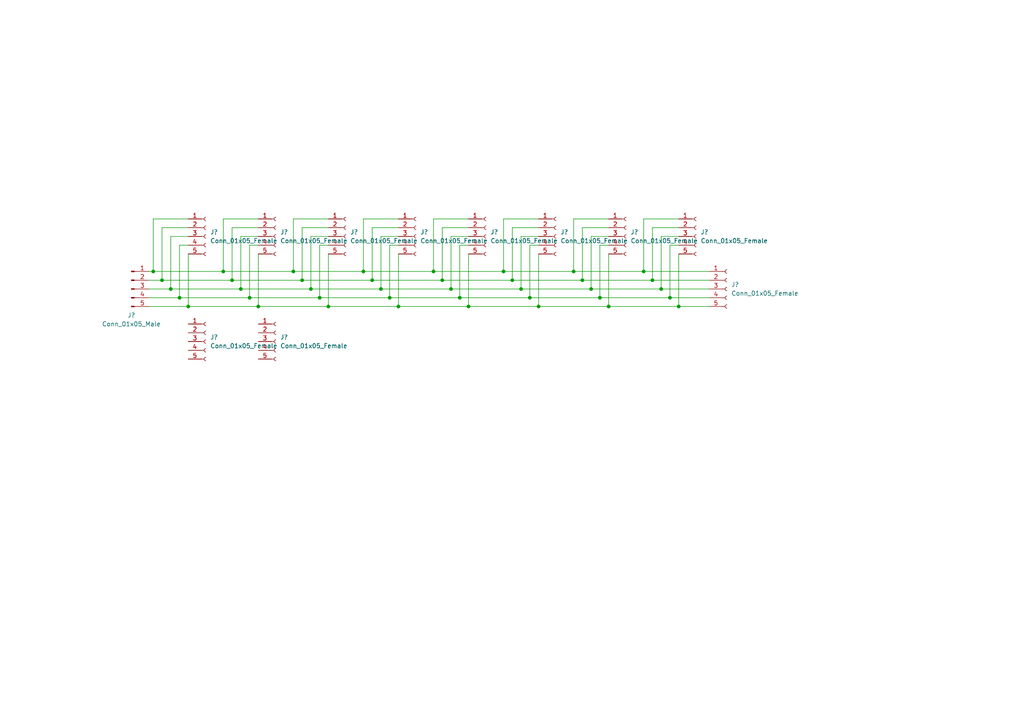
<source format=kicad_sch>
(kicad_sch (version 20211123) (generator eeschema)
  (paper "A4")
  (lib_symbols
    (symbol "Connector:Conn_01x05_Female" (pin_names (offset 1.016) hide)
      (property "Reference" "J" (at 0 7.62 0))
      (property "Value" "Conn_01x05_Female" (at 0 -7.62 0))
      (symbol "Conn_01x05_Female_1_1"
        (arc (start 0 -4.572) (mid -0.508 -5.08) (end 0 -5.588) (stroke (width 0.1524)))
        (arc (start 0 -2.032) (mid -0.508 -2.54) (end 0 -3.048) (stroke (width 0.1524)))
        (polyline (pts (xy -1.27 -5.08) (xy -0.508 -5.08)) (stroke (width 0.1524)))
        (polyline (pts (xy -1.27 -2.54) (xy -0.508 -2.54)) (stroke (width 0.1524)))
        (polyline (pts (xy -1.27 0) (xy -0.508 0)) (stroke (width 0.1524)))
        (polyline (pts (xy -1.27 2.54) (xy -0.508 2.54)) (stroke (width 0.1524)))
        (polyline (pts (xy -1.27 5.08) (xy -0.508 5.08)) (stroke (width 0.1524)))
        (arc (start 0 0.508) (mid -0.508 0) (end 0 -0.508) (stroke (width 0.1524)))
        (arc (start 0 3.048) (mid -0.508 2.54) (end 0 2.032) (stroke (width 0.1524)))
        (arc (start 0 5.588) (mid -0.508 5.08) (end 0 4.572) (stroke (width 0.1524)))
        (pin passive line (at -5.08 5.08 0) (length 3.81) (name "Pin_1") (number "1"))
        (pin passive line (at -5.08 2.54 0) (length 3.81) (name "Pin_2") (number "2"))
        (pin passive line (at -5.08 0 0) (length 3.81) (name "Pin_3") (number "3"))
        (pin passive line (at -5.08 -2.54 0) (length 3.81) (name "Pin_4") (number "4"))
        (pin passive line (at -5.08 -5.08 0) (length 3.81) (name "Pin_5") (number "5"))
      )
    )
    (symbol "Connector:Conn_01x05_Male" (pin_names (offset 1.016) hide)
      (property "Reference" "J" (at 0 7.62 0))
      (property "Value" "Conn_01x05_Male" (at 0 -7.62 0))
      (symbol "Conn_01x05_Male_1_1"
        (polyline (pts (xy 1.27 -5.08) (xy 0.8636 -5.08)) (stroke (width 0.1524)))
        (polyline (pts (xy 1.27 -2.54) (xy 0.8636 -2.54)) (stroke (width 0.1524)))
        (polyline (pts (xy 1.27 0) (xy 0.8636 0)) (stroke (width 0.1524)))
        (polyline (pts (xy 1.27 2.54) (xy 0.8636 2.54)) (stroke (width 0.1524)))
        (polyline (pts (xy 1.27 5.08) (xy 0.8636 5.08)) (stroke (width 0.1524)))
        (rectangle (start 0.8636 -4.953) (end 0 -5.207) (stroke (width 0.1524)) (fill (type outline)))
        (rectangle (start 0.8636 -2.413) (end 0 -2.667) (stroke (width 0.1524)) (fill (type outline)))
        (rectangle (start 0.8636 0.127) (end 0 -0.127) (stroke (width 0.1524)) (fill (type outline)))
        (rectangle (start 0.8636 2.667) (end 0 2.413) (stroke (width 0.1524)) (fill (type outline)))
        (rectangle (start 0.8636 5.207) (end 0 4.953) (stroke (width 0.1524)) (fill (type outline)))
        (pin passive line (at 5.08 5.08 180) (length 3.81) (name "Pin_1") (number "1"))
        (pin passive line (at 5.08 2.54 180) (length 3.81) (name "Pin_2") (number "2"))
        (pin passive line (at 5.08 0 180) (length 3.81) (name "Pin_3") (number "3"))
        (pin passive line (at 5.08 -2.54 180) (length 3.81) (name "Pin_4") (number "4"))
        (pin passive line (at 5.08 -5.08 180) (length 3.81) (name "Pin_5") (number "5"))
      )
    )
  )
  (junction (at 125.73 78.74))
  (junction (at 176.53 88.9))
  (junction (at 146.05 78.74))
  (junction (at 135.89 88.9))
  (junction (at 72.39 86.36))
  (junction (at 64.77 78.74))
  (junction (at 67.31 81.28))
  (junction (at 95.25 88.9))
  (junction (at 186.69 78.74))
  (junction (at 69.85 83.82))
  (junction (at 92.71 86.36))
  (junction (at 151.13 83.82))
  (junction (at 128.27 81.28))
  (junction (at 189.23 81.28))
  (junction (at 191.77 83.82))
  (junction (at 133.35 86.36))
  (junction (at 166.37 78.74))
  (junction (at 52.07 86.36))
  (junction (at 148.59 81.28))
  (junction (at 105.41 78.74))
  (junction (at 107.95 81.28))
  (junction (at 194.31 86.36))
  (junction (at 156.21 88.9))
  (junction (at 54.61 88.9))
  (junction (at 171.45 83.82))
  (junction (at 196.85 88.9))
  (junction (at 153.67 86.36))
  (junction (at 49.53 83.82))
  (junction (at 173.99 86.36))
  (junction (at 46.99 81.28))
  (junction (at 115.57 88.9))
  (junction (at 74.93 88.9))
  (junction (at 90.17 83.82))
  (junction (at 87.63 81.28))
  (junction (at 85.09 78.74))
  (junction (at 110.49 83.82))
  (junction (at 113.03 86.36))
  (junction (at 130.81 83.82))
  (junction (at 44.45 78.74))
  (junction (at 168.91 81.28))
  (wire (pts (xy 72.39 86.36) (xy 92.71 86.36)))
  (wire (pts (xy 115.57 71.12) (xy 113.03 71.12)))
  (wire (pts (xy 125.73 63.5) (xy 125.73 78.74)))
  (wire (pts (xy 148.59 66.04) (xy 148.59 81.28)))
  (wire (pts (xy 168.91 81.28) (xy 189.23 81.28)))
  (wire (pts (xy 133.35 71.12) (xy 133.35 86.36)))
  (wire (pts (xy 176.53 73.66) (xy 176.53 88.9)))
  (wire (pts (xy 54.61 63.5) (xy 44.45 63.5)))
  (wire (pts (xy 191.77 68.58) (xy 191.77 83.82)))
  (wire (pts (xy 135.89 68.58) (xy 130.81 68.58)))
  (wire (pts (xy 176.53 66.04) (xy 168.91 66.04)))
  (wire (pts (xy 67.31 81.28) (xy 87.63 81.28)))
  (wire (pts (xy 95.25 73.66) (xy 95.25 88.9)))
  (wire (pts (xy 74.93 71.12) (xy 72.39 71.12)))
  (wire (pts (xy 125.73 78.74) (xy 146.05 78.74)))
  (wire (pts (xy 194.31 86.36) (xy 205.74 86.36)))
  (wire (pts (xy 92.71 71.12) (xy 92.71 86.36)))
  (wire (pts (xy 85.09 78.74) (xy 105.41 78.74)))
  (wire (pts (xy 196.85 73.66) (xy 196.85 88.9)))
  (wire (pts (xy 85.09 63.5) (xy 85.09 78.74)))
  (wire (pts (xy 49.53 68.58) (xy 49.53 83.82)))
  (wire (pts (xy 196.85 66.04) (xy 189.23 66.04)))
  (wire (pts (xy 90.17 83.82) (xy 110.49 83.82)))
  (wire (pts (xy 54.61 73.66) (xy 54.61 88.9)))
  (wire (pts (xy 166.37 63.5) (xy 166.37 78.74)))
  (wire (pts (xy 115.57 73.66) (xy 115.57 88.9)))
  (wire (pts (xy 166.37 78.74) (xy 186.69 78.74)))
  (wire (pts (xy 146.05 78.74) (xy 166.37 78.74)))
  (wire (pts (xy 74.93 73.66) (xy 74.93 88.9)))
  (wire (pts (xy 115.57 66.04) (xy 107.95 66.04)))
  (wire (pts (xy 156.21 66.04) (xy 148.59 66.04)))
  (wire (pts (xy 90.17 68.58) (xy 90.17 83.82)))
  (wire (pts (xy 191.77 83.82) (xy 205.74 83.82)))
  (wire (pts (xy 196.85 63.5) (xy 186.69 63.5)))
  (wire (pts (xy 153.67 71.12) (xy 153.67 86.36)))
  (wire (pts (xy 64.77 63.5) (xy 64.77 78.74)))
  (wire (pts (xy 168.91 66.04) (xy 168.91 81.28)))
  (wire (pts (xy 194.31 71.12) (xy 194.31 86.36)))
  (wire (pts (xy 171.45 83.82) (xy 191.77 83.82)))
  (wire (pts (xy 189.23 66.04) (xy 189.23 81.28)))
  (wire (pts (xy 135.89 63.5) (xy 125.73 63.5)))
  (wire (pts (xy 135.89 71.12) (xy 133.35 71.12)))
  (wire (pts (xy 151.13 68.58) (xy 151.13 83.82)))
  (wire (pts (xy 115.57 88.9) (xy 135.89 88.9)))
  (wire (pts (xy 69.85 83.82) (xy 90.17 83.82)))
  (wire (pts (xy 156.21 88.9) (xy 176.53 88.9)))
  (wire (pts (xy 130.81 68.58) (xy 130.81 83.82)))
  (wire (pts (xy 128.27 66.04) (xy 128.27 81.28)))
  (wire (pts (xy 74.93 68.58) (xy 69.85 68.58)))
  (wire (pts (xy 43.18 88.9) (xy 54.61 88.9)))
  (wire (pts (xy 46.99 81.28) (xy 67.31 81.28)))
  (wire (pts (xy 92.71 86.36) (xy 113.03 86.36)))
  (wire (pts (xy 95.25 63.5) (xy 85.09 63.5)))
  (wire (pts (xy 74.93 88.9) (xy 95.25 88.9)))
  (wire (pts (xy 156.21 63.5) (xy 146.05 63.5)))
  (wire (pts (xy 95.25 88.9) (xy 115.57 88.9)))
  (wire (pts (xy 156.21 71.12) (xy 153.67 71.12)))
  (wire (pts (xy 115.57 68.58) (xy 110.49 68.58)))
  (wire (pts (xy 43.18 83.82) (xy 49.53 83.82)))
  (wire (pts (xy 171.45 68.58) (xy 171.45 83.82)))
  (wire (pts (xy 133.35 86.36) (xy 153.67 86.36)))
  (wire (pts (xy 156.21 73.66) (xy 156.21 88.9)))
  (wire (pts (xy 176.53 71.12) (xy 173.99 71.12)))
  (wire (pts (xy 173.99 86.36) (xy 194.31 86.36)))
  (wire (pts (xy 176.53 63.5) (xy 166.37 63.5)))
  (wire (pts (xy 54.61 71.12) (xy 52.07 71.12)))
  (wire (pts (xy 135.89 88.9) (xy 156.21 88.9)))
  (wire (pts (xy 95.25 71.12) (xy 92.71 71.12)))
  (wire (pts (xy 105.41 63.5) (xy 105.41 78.74)))
  (wire (pts (xy 52.07 71.12) (xy 52.07 86.36)))
  (wire (pts (xy 72.39 71.12) (xy 72.39 86.36)))
  (wire (pts (xy 64.77 78.74) (xy 85.09 78.74)))
  (wire (pts (xy 54.61 66.04) (xy 46.99 66.04)))
  (wire (pts (xy 196.85 88.9) (xy 205.74 88.9)))
  (wire (pts (xy 173.99 71.12) (xy 173.99 86.36)))
  (wire (pts (xy 186.69 63.5) (xy 186.69 78.74)))
  (wire (pts (xy 196.85 71.12) (xy 194.31 71.12)))
  (wire (pts (xy 148.59 81.28) (xy 168.91 81.28)))
  (wire (pts (xy 43.18 81.28) (xy 46.99 81.28)))
  (wire (pts (xy 67.31 66.04) (xy 67.31 81.28)))
  (wire (pts (xy 107.95 81.28) (xy 128.27 81.28)))
  (wire (pts (xy 153.67 86.36) (xy 173.99 86.36)))
  (wire (pts (xy 186.69 78.74) (xy 205.74 78.74)))
  (wire (pts (xy 69.85 68.58) (xy 69.85 83.82)))
  (wire (pts (xy 110.49 83.82) (xy 130.81 83.82)))
  (wire (pts (xy 107.95 66.04) (xy 107.95 81.28)))
  (wire (pts (xy 110.49 68.58) (xy 110.49 83.82)))
  (wire (pts (xy 54.61 88.9) (xy 74.93 88.9)))
  (wire (pts (xy 74.93 66.04) (xy 67.31 66.04)))
  (wire (pts (xy 135.89 73.66) (xy 135.89 88.9)))
  (wire (pts (xy 44.45 78.74) (xy 64.77 78.74)))
  (wire (pts (xy 52.07 86.36) (xy 72.39 86.36)))
  (wire (pts (xy 115.57 63.5) (xy 105.41 63.5)))
  (wire (pts (xy 95.25 66.04) (xy 87.63 66.04)))
  (wire (pts (xy 44.45 63.5) (xy 44.45 78.74)))
  (wire (pts (xy 176.53 88.9) (xy 196.85 88.9)))
  (wire (pts (xy 146.05 63.5) (xy 146.05 78.74)))
  (wire (pts (xy 43.18 78.74) (xy 44.45 78.74)))
  (wire (pts (xy 135.89 66.04) (xy 128.27 66.04)))
  (wire (pts (xy 54.61 68.58) (xy 49.53 68.58)))
  (wire (pts (xy 105.41 78.74) (xy 125.73 78.74)))
  (wire (pts (xy 156.21 68.58) (xy 151.13 68.58)))
  (wire (pts (xy 151.13 83.82) (xy 171.45 83.82)))
  (wire (pts (xy 113.03 71.12) (xy 113.03 86.36)))
  (wire (pts (xy 74.93 63.5) (xy 64.77 63.5)))
  (wire (pts (xy 189.23 81.28) (xy 205.74 81.28)))
  (wire (pts (xy 130.81 83.82) (xy 151.13 83.82)))
  (wire (pts (xy 87.63 81.28) (xy 107.95 81.28)))
  (wire (pts (xy 43.18 86.36) (xy 52.07 86.36)))
  (wire (pts (xy 176.53 68.58) (xy 171.45 68.58)))
  (wire (pts (xy 49.53 83.82) (xy 69.85 83.82)))
  (wire (pts (xy 196.85 68.58) (xy 191.77 68.58)))
  (wire (pts (xy 128.27 81.28) (xy 148.59 81.28)))
  (wire (pts (xy 113.03 86.36) (xy 133.35 86.36)))
  (wire (pts (xy 95.25 68.58) (xy 90.17 68.58)))
  (wire (pts (xy 46.99 66.04) (xy 46.99 81.28)))
  (wire (pts (xy 87.63 66.04) (xy 87.63 81.28)))
  (symbol (lib_id "Connector:Conn_01x05_Male") (at 38.1 83.82 0) (unit 1)
    (property "Reference" "J?" (at 38.1 91.44 0))
    (property "Value" "Conn_01x05_Male" (at 38.1 93.98 0))
  )
  (symbol (lib_id "Connector:Conn_01x05_Female") (at 59.69 99.06 0) (unit 1)
    (property "Reference" "J?" (at 60.96 97.7899 0) (effects (justify left)))
    (property "Value" "Conn_01x05_Female" (at 60.96 100.3299 0) (effects (justify left)))
  )
  (symbol (lib_id "Connector:Conn_01x05_Female") (at 80.01 68.58 0) (unit 1)
    (property "Reference" "J?" (at 81.28 67.3099 0) (effects (justify left)))
    (property "Value" "Conn_01x05_Female" (at 81.28 69.8499 0) (effects (justify left)))
  )
  (symbol (lib_id "Connector:Conn_01x05_Female") (at 140.97 68.58 0) (unit 1)
    (property "Reference" "J?" (at 142.24 67.3099 0) (effects (justify left)))
    (property "Value" "Conn_01x05_Female" (at 142.24 69.8499 0) (effects (justify left)))
  )
  (symbol (lib_id "Connector:Conn_01x05_Female") (at 120.65 68.58 0) (unit 1)
    (property "Reference" "J?" (at 121.92 67.3099 0) (effects (justify left)))
    (property "Value" "Conn_01x05_Female" (at 121.92 69.8499 0) (effects (justify left)))
  )
  (symbol (lib_id "Connector:Conn_01x05_Female") (at 59.69 68.58 0) (unit 1)
    (property "Reference" "J?" (at 60.96 67.3099 0) (effects (justify left)))
    (property "Value" "Conn_01x05_Female" (at 60.96 69.8499 0) (effects (justify left)))
  )
  (symbol (lib_id "Connector:Conn_01x05_Female") (at 100.33 68.58 0) (unit 1)
    (property "Reference" "J?" (at 101.6 67.3099 0) (effects (justify left)))
    (property "Value" "Conn_01x05_Female" (at 101.6 69.8499 0) (effects (justify left)))
  )
  (symbol (lib_id "Connector:Conn_01x05_Female") (at 181.61 68.58 0) (unit 1)
    (property "Reference" "J?" (at 182.88 67.3099 0) (effects (justify left)))
    (property "Value" "Conn_01x05_Female" (at 182.88 69.8499 0) (effects (justify left)))
  )
  (symbol (lib_id "Connector:Conn_01x05_Female") (at 161.29 68.58 0) (unit 1)
    (property "Reference" "J?" (at 162.56 67.3099 0) (effects (justify left)))
    (property "Value" "Conn_01x05_Female" (at 162.56 69.8499 0) (effects (justify left)))
  )
  (symbol (lib_id "Connector:Conn_01x05_Female") (at 210.82 83.82 0) (unit 1)
    (property "Reference" "J?" (at 212.09 82.5499 0) (effects (justify left)))
    (property "Value" "Conn_01x05_Female" (at 212.09 85.0899 0) (effects (justify left)))
  )
  (symbol (lib_id "Connector:Conn_01x05_Female") (at 201.93 68.58 0) (unit 1)
    (property "Reference" "J?" (at 203.2 67.3099 0) (effects (justify left)))
    (property "Value" "Conn_01x05_Female" (at 203.2 69.8499 0) (effects (justify left)))
  )
  (symbol (lib_id "Connector:Conn_01x05_Female") (at 80.01 99.06 0) (unit 1)
    (property "Reference" "J?" (at 81.28 97.7899 0) (effects (justify left)))
    (property "Value" "Conn_01x05_Female" (at 81.28 100.3299 0) (effects (justify left)))
  )
)
</source>
